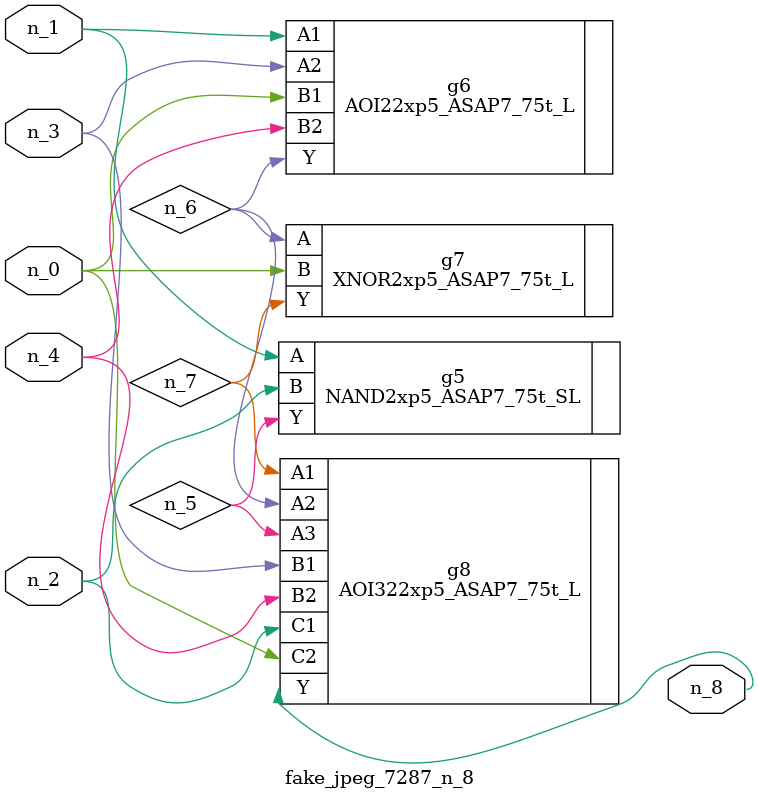
<source format=v>
module fake_jpeg_7287_n_8 (n_3, n_2, n_1, n_0, n_4, n_8);

input n_3;
input n_2;
input n_1;
input n_0;
input n_4;

output n_8;

wire n_6;
wire n_5;
wire n_7;

NAND2xp5_ASAP7_75t_SL g5 ( 
.A(n_1),
.B(n_2),
.Y(n_5)
);

AOI22xp5_ASAP7_75t_L g6 ( 
.A1(n_1),
.A2(n_3),
.B1(n_0),
.B2(n_4),
.Y(n_6)
);

XNOR2xp5_ASAP7_75t_L g7 ( 
.A(n_6),
.B(n_0),
.Y(n_7)
);

AOI322xp5_ASAP7_75t_L g8 ( 
.A1(n_7),
.A2(n_6),
.A3(n_5),
.B1(n_3),
.B2(n_4),
.C1(n_2),
.C2(n_0),
.Y(n_8)
);


endmodule
</source>
